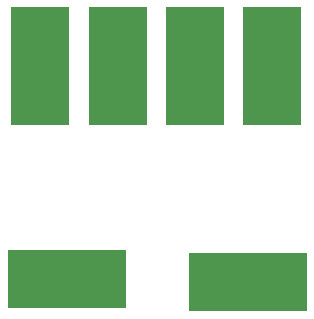
<source format=gbr>
%TF.GenerationSoftware,KiCad,Pcbnew,5.1.12-84ad8e8a86~92~ubuntu20.04.1*%
%TF.CreationDate,2021-11-15T21:49:06+01:00*%
%TF.ProjectId,incubator_bottom,696e6375-6261-4746-9f72-5f626f74746f,rev?*%
%TF.SameCoordinates,Original*%
%TF.FileFunction,Paste,Bot*%
%TF.FilePolarity,Positive*%
%FSLAX46Y46*%
G04 Gerber Fmt 4.6, Leading zero omitted, Abs format (unit mm)*
G04 Created by KiCad (PCBNEW 5.1.12-84ad8e8a86~92~ubuntu20.04.1) date 2021-11-15 21:49:06*
%MOMM*%
%LPD*%
G01*
G04 APERTURE LIST*
%ADD10R,10.000000X5.000000*%
%ADD11R,5.000000X10.000000*%
G04 APERTURE END LIST*
D10*
%TO.C,J12*%
X43180000Y5715000D03*
%TD*%
%TO.C,J7*%
X58547000Y5461000D03*
%TD*%
D11*
%TO.C,J4*%
X47497999Y23736000D03*
%TD*%
%TO.C,J9*%
X40947999Y23736000D03*
%TD*%
%TO.C,J10*%
X54047999Y23736000D03*
%TD*%
%TO.C,J11*%
X60597999Y23736000D03*
%TD*%
M02*

</source>
